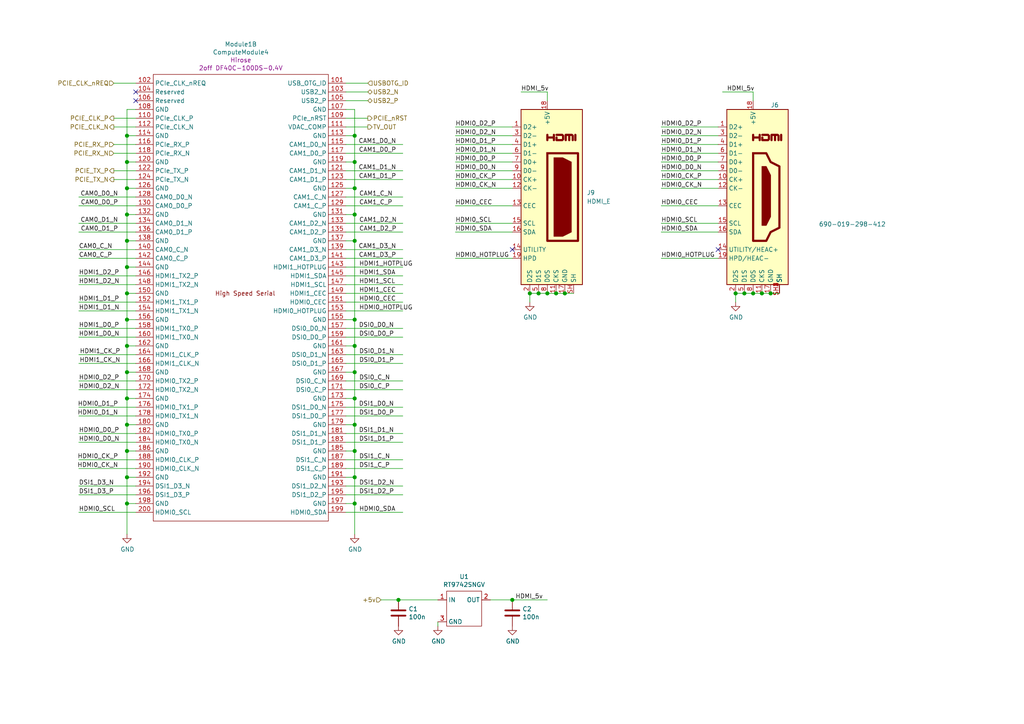
<source format=kicad_sch>
(kicad_sch (version 20231120) (generator "eeschema") (generator_version "8.0")
  (paper "A4")
  (lib_symbols
    (symbol "CM4IO:ComputeModule4-CM4"
      (property "Reference" "Module" (at 113.03 -68.58 0))
      (property "Value" "ComputeModule4-CM4" (at 140.97 2.54 0))
      (property "Field4" "Hirose" (at 0 0 0))
      (property "Field5" "2x DF40C-100DS-0.4V" (at 0 -2.54 0))
      (symbol "ComputeModule4-CM4_1_0"
        (text "GPIO" (at 0 6.35 0) (effects (font (size 1.27 1.27))))
      )
      (symbol "ComputeModule4-CM4_1_1"
        (rectangle (start -30.48 -71.12) (end 25.4 58.42))
        (text "600mA Max" (at -8.89 -53.34 0) (effects (font (size 1.27 1.27))))
        (text "600mA Max" (at -8.89 -48.26 0) (effects (font (size 1.27 1.27))))
        (text "NB SD signals are only available" (at -1.27 -27.94 0) (effects (font (size 1.27 1.27))))
        (text "on modules without eMMC" (at -1.27 -30.48 0) (effects (font (size 1.27 1.27))))
        (pin power_in line (at 27.94 55.88 180) (length 2.54) (name "GND") (number "1"))
        (pin passive line (at -33.02 45.72 0) (length 2.54) (name "Ethernet_Pair0_N") (number "10"))
        (pin output line (at -33.02 -68.58 0) (length 2.54) (name "nEXTRST") (number "100"))
        (pin passive line (at 27.94 43.18 180) (length 2.54) (name "Ethernet_Pair2_P") (number "11"))
        (pin passive line (at -33.02 43.18 0) (length 2.54) (name "Ethernet_Pair0_P") (number "12"))
        (pin power_in line (at 27.94 40.64 180) (length 2.54) (name "GND") (number "13"))
        (pin power_in line (at -33.02 40.64 0) (length 2.54) (name "GND") (number "14"))
        (pin output line (at 27.94 38.1 180) (length 2.54) (name "Ethernet_nLED3(3.3v)") (number "15"))
        (pin input line (at -33.02 38.1 0) (length 2.54) (name "Ethernet_SYNC_IN(1.8v)") (number "16"))
        (pin output line (at 27.94 35.56 180) (length 2.54) (name "Ethernet_nLED2(3.3v)") (number "17"))
        (pin input line (at -33.02 35.56 0) (length 2.54) (name "Ethernet_SYNC_OUT(1.8v)") (number "18"))
        (pin output line (at 27.94 33.02 180) (length 2.54) (name "Ethernet_nLED1(3.3v)") (number "19"))
        (pin power_in line (at -33.02 55.88 0) (length 2.54) (name "GND") (number "2"))
        (pin passive line (at -33.02 33.02 0) (length 2.54) (name "EEPROM_nWP") (number "20"))
        (pin open_collector line (at 27.94 30.48 180) (length 2.54) (name "PI_nLED_Activity") (number "21"))
        (pin power_in line (at -33.02 30.48 0) (length 2.54) (name "GND") (number "22"))
        (pin power_in line (at 27.94 27.94 180) (length 2.54) (name "GND") (number "23"))
        (pin passive line (at -33.02 27.94 0) (length 2.54) (name "GPIO26") (number "24"))
        (pin passive line (at 27.94 25.4 180) (length 2.54) (name "GPIO21") (number "25"))
        (pin passive line (at -33.02 25.4 0) (length 2.54) (name "GPIO19") (number "26"))
        (pin passive line (at 27.94 22.86 180) (length 2.54) (name "GPIO20") (number "27"))
        (pin passive line (at -33.02 22.86 0) (length 2.54) (name "GPIO13") (number "28"))
        (pin passive line (at 27.94 20.32 180) (length 2.54) (name "GPIO16") (number "29"))
        (pin passive line (at 27.94 53.34 180) (length 2.54) (name "Ethernet_Pair3_P") (number "3"))
        (pin passive line (at -33.02 20.32 0) (length 2.54) (name "GPIO6") (number "30"))
        (pin passive line (at 27.94 17.78 180) (length 2.54) (name "GPIO12") (number "31"))
        (pin power_in line (at -33.02 17.78 0) (length 2.54) (name "GND") (number "32"))
        (pin power_in line (at 27.94 15.24 180) (length 2.54) (name "GND") (number "33"))
        (pin passive line (at -33.02 15.24 0) (length 2.54) (name "GPIO5") (number "34"))
        (pin passive line (at 27.94 12.7 180) (length 2.54) (name "ID_SC") (number "35"))
        (pin passive line (at -33.02 12.7 0) (length 2.54) (name "ID_SD") (number "36"))
        (pin passive line (at 27.94 10.16 180) (length 2.54) (name "GPIO7") (number "37"))
        (pin passive line (at -33.02 10.16 0) (length 2.54) (name "GPIO11") (number "38"))
        (pin passive line (at 27.94 7.62 180) (length 2.54) (name "GPIO8") (number "39"))
        (pin passive line (at -33.02 53.34 0) (length 2.54) (name "Ethernet_Pair1_P") (number "4"))
        (pin passive line (at -33.02 7.62 0) (length 2.54) (name "GPIO9") (number "40"))
        (pin passive line (at 27.94 5.08 180) (length 2.54) (name "GPIO25") (number "41"))
        (pin power_in line (at -33.02 5.08 0) (length 2.54) (name "GND") (number "42"))
        (pin power_in line (at 27.94 2.54 180) (length 2.54) (name "GND") (number "43"))
        (pin passive line (at -33.02 2.54 0) (length 2.54) (name "GPIO10") (number "44"))
        (pin passive line (at 27.94 0 180) (length 2.54) (name "GPIO24") (number "45"))
        (pin passive line (at -33.02 0 0) (length 2.54) (name "GPIO22") (number "46"))
        (pin passive line (at 27.94 -2.54 180) (length 2.54) (name "GPIO23") (number "47"))
        (pin passive line (at -33.02 -2.54 0) (length 2.54) (name "GPIO27") (number "48"))
        (pin passive line (at 27.94 -5.08 180) (length 2.54) (name "GPIO18") (number "49"))
        (pin passive line (at 27.94 50.8 180) (length 2.54) (name "Ethernet_Pair3_N") (number "5"))
        (pin passive line (at -33.02 -5.08 0) (length 2.54) (name "GPIO17") (number "50"))
        (pin passive line (at 27.94 -7.62 180) (length 2.54) (name "GPIO15") (number "51"))
        (pin power_in line (at -33.02 -7.62 0) (length 2.54) (name "GND") (number "52"))
        (pin power_in line (at 27.94 -10.16 180) (length 2.54) (name "GND") (number "53"))
        (pin passive line (at -33.02 -10.16 0) (length 2.54) (name "GPIO4") (number "54"))
        (pin passive line (at 27.94 -12.7 180) (length 2.54) (name "GPIO14") (number "55"))
        (pin passive line (at -33.02 -12.7 0) (length 2.54) (name "GPIO3") (number "56"))
        (pin passive line (at 27.94 -15.24 180) (length 2.54) (name "SD_CLK") (number "57"))
        (pin passive line (at -33.02 -15.24 0) (length 2.54) (name "GPIO2") (number "58"))
        (pin power_in line (at 27.94 -17.78 180) (length 2.54) (name "GND") (number "59"))
        (pin passive line (at -33.02 50.8 0) (length 2.54) (name "Ethernet_Pair1_N") (number "6"))
        (pin power_in line (at -33.02 -17.78 0) (length 2.54) (name "GND") (number "60"))
        (pin passive line (at 27.94 -20.32 180) (length 2.54) (name "SD_DAT3") (number "61"))
        (pin passive line (at -33.02 -20.32 0) (length 2.54) (name "SD_CMD") (number "62"))
        (pin passive line (at 27.94 -22.86 180) (length 2.54) (name "SD_DAT0") (number "63"))
        (pin passive line (at -33.02 -22.86 0) (length 2.54) (name "SD_DAT5") (number "64"))
        (pin power_in line (at 27.94 -25.4 180) (length 2.54) (name "GND") (number "65"))
        (pin power_in line (at -33.02 -25.4 0) (length 2.54) (name "GND") (number "66"))
        (pin passive line (at 27.94 -27.94 180) (length 2.54) (name "SD_DAT1") (number "67"))
        (pin passive line (at -33.02 -27.94 0) (length 2.54) (name "SD_DAT4") (number "68"))
        (pin passive line (at 27.94 -30.48 180) (length 2.54) (name "SD_DAT2") (number "69"))
        (pin power_in line (at 27.94 48.26 180) (length 2.54) (name "GND") (number "7"))
        (pin passive line (at -33.02 -30.48 0) (length 2.54) (name "SD_DAT7") (number "70"))
        (pin power_in line (at 27.94 -33.02 180) (length 2.54) (name "GND") (number "71"))
        (pin passive line (at -33.02 -33.02 0) (length 2.54) (name "SD_DAT6") (number "72"))
        (pin input line (at 27.94 -35.56 180) (length 2.54) (name "SD_VDD_Override") (number "73"))
        (pin power_in line (at -33.02 -35.56 0) (length 2.54) (name "GND") (number "74"))
        (pin output line (at 27.94 -38.1 180) (length 2.54) (name "SD_PWR_ON") (number "75"))
        (pin passive line (at -33.02 -38.1 0) (length 2.54) (name "Reserved") (number "76"))
        (pin power_in line (at 27.94 -40.64 180) (length 2.54) (name "+5v_(Input)") (number "77"))
        (pin power_in line (at -33.02 -40.64 0) (length 2.54) (name "GPIO_VREF(1.8v/3.3v_Input)") (number "78"))
        (pin power_in line (at 27.94 -43.18 180) (length 2.54) (name "+5v_(Input)") (number "79"))
        (pin power_in line (at -33.02 48.26 0) (length 2.54) (name "GND") (number "8"))
        (pin passive line (at -33.02 -43.18 0) (length 2.54) (name "SCL0") (number "80"))
        (pin power_in line (at 27.94 -45.72 180) (length 2.54) (name "+5v_(Input)") (number "81"))
        (pin passive line (at -33.02 -45.72 0) (length 2.54) (name "SDA0") (number "82"))
        (pin power_in line (at 27.94 -48.26 180) (length 2.54) (name "+5v_(Input)") (number "83"))
        (pin power_out line (at -33.02 -48.26 0) (length 2.54) (name "+3.3v_(Output)") (number "84"))
        (pin power_in line (at 27.94 -50.8 180) (length 2.54) (name "+5v_(Input)") (number "85"))
        (pin power_out line (at -33.02 -50.8 0) (length 2.54) (name "+3.3v_(Output)") (number "86"))
        (pin power_in line (at 27.94 -53.34 180) (length 2.54) (name "+5v_(Input)") (number "87"))
        (pin power_out line (at -33.02 -53.34 0) (length 2.54) (name "+1.8v_(Output)") (number "88"))
        (pin power_in line (at 27.94 -55.88 180) (length 2.54) (name "WiFi_nDisable") (number "89"))
        (pin passive line (at 27.94 45.72 180) (length 2.54) (name "Ethernet_Pair2_N") (number "9"))
        (pin power_out line (at -33.02 -55.88 0) (length 2.54) (name "+1.8v_(Output)") (number "90"))
        (pin power_in line (at 27.94 -58.42 180) (length 2.54) (name "BT_nDisable") (number "91"))
        (pin passive line (at -33.02 -58.42 0) (length 2.54) (name "RUN_PG") (number "92"))
        (pin input line (at 27.94 -60.96 180) (length 2.54) (name "nRPIBOOT") (number "93"))
        (pin passive line (at -33.02 -60.96 0) (length 2.54) (name "AnalogIP0") (number "94"))
        (pin output line (at 27.94 -63.5 180) (length 2.54) (name "nPI_LED_PWR") (number "95"))
        (pin passive line (at -33.02 -63.5 0) (length 2.54) (name "AnalogIP1") (number "96"))
        (pin passive line (at 27.94 -66.04 180) (length 2.54) (name "Camera_GPIO") (number "97"))
        (pin power_in line (at -33.02 -66.04 0) (length 2.54) (name "GND") (number "98"))
        (pin input line (at 27.94 -68.58 180) (length 2.54) (name "Global_EN") (number "99"))
      )
      (symbol "ComputeModule4-CM4_2_1"
        (rectangle (start 114.3 -66.04) (end 165.1 63.5))
        (text "High Speed Serial" (at 140.97 0 0) (effects (font (size 1.27 1.27))))
        (pin input line (at 170.18 60.96 180) (length 5.08) (name "USB_OTG_ID") (number "101"))
        (pin input line (at 109.22 60.96 0) (length 5.08) (name "PCIe_CLK_nREQ") (number "102"))
        (pin passive line (at 170.18 58.42 180) (length 5.08) (name "USB2_N") (number "103"))
        (pin passive line (at 109.22 58.42 0) (length 5.08) (name "Reserved") (number "104"))
        (pin passive line (at 170.18 55.88 180) (length 5.08) (name "USB2_P") (number "105"))
        (pin passive line (at 109.22 55.88 0) (length 5.08) (name "Reserved") (number "106"))
        (pin power_in line (at 170.18 53.34 180) (length 5.08) (name "GND") (number "107"))
        (pin power_in line (at 109.22 53.34 0) (length 5.08) (name "GND") (number "108"))
        (pin bidirectional line (at 170.18 50.8 180) (length 5.08) (name "PCIe_nRST") (number "109"))
        (pin output line (at 109.22 50.8 0) (length 5.08) (name "PCIe_CLK_P") (number "110"))
        (pin passive line (at 170.18 48.26 180) (length 5.08) (name "VDAC_COMP") (number "111"))
        (pin output line (at 109.22 48.26 0) (length 5.08) (name "PCIe_CLK_N") (number "112"))
        (pin power_in line (at 170.18 45.72 180) (length 5.08) (name "GND") (number "113"))
        (pin power_in line (at 109.22 45.72 0) (length 5.08) (name "GND") (number "114"))
        (pin input line (at 170.18 43.18 180) (length 5.08) (name "CAM1_D0_N") (number "115"))
        (pin input line (at 109.22 43.18 0) (length 5.08) (name "PCIe_RX_P") (number "116"))
        (pin input line (at 170.18 40.64 180) (length 5.08) (name "CAM1_D0_P") (number "117"))
        (pin input line (at 109.22 40.64 0) (length 5.08) (name "PCIe_RX_N") (number "118"))
        (pin power_in line (at 170.18 38.1 180) (length 5.08) (name "GND") (number "119"))
        (pin power_in line (at 109.22 38.1 0) (length 5.08) (name "GND") (number "120"))
        (pin input line (at 170.18 35.56 180) (length 5.08) (name "CAM1_D1_N") (number "121"))
        (pin output line (at 109.22 35.56 0) (length 5.08) (name "PCIe_TX_P") (number "122"))
        (pin input line (at 170.18 33.02 180) (length 5.08) (name "CAM1_D1_P") (number "123"))
        (pin output line (at 109.22 33.02 0) (length 5.08) (name "PCIe_TX_N") (number "124"))
        (pin power_in line (at 170.18 30.48 180) (length 5.08) (name "GND") (number "125"))
        (pin power_in line (at 109.22 30.48 0) (length 5.08) (name "GND") (number "126"))
        (pin input line (at 170.18 27.94 180) (length 5.08) (name "CAM1_C_N") (number "127"))
        (pin input line (at 109.22 27.94 0) (length 5.08) (name "CAM0_D0_N") (number "128"))
        (pin input line (at 170.18 25.4 180) (length 5.08) (name "CAM1_C_P") (number "129"))
        (pin input line (at 109.22 25.4 0) (length 5.08) (name "CAM0_D0_P") (number "130"))
        (pin power_in line (at 170.18 22.86 180) (length 5.08) (name "GND") (number "131"))
        (pin power_in line (at 109.22 22.86 0) (length 5.08) (name "GND") (number "132"))
        (pin input line (at 170.18 20.32 180) (length 5.08) (name "CAM1_D2_N") (number "133"))
        (pin input line (at 109.22 20.32 0) (length 5.08) (name "CAM0_D1_N") (number "134"))
        (pin input line (at 170.18 17.78 180) (length 5.08) (name "CAM1_D2_P") (number "135"))
        (pin input line (at 109.22 17.78 0) (length 5.08) (name "CAM0_D1_P") (number "136"))
        (pin power_in line (at 170.18 15.24 180) (length 5.08) (name "GND") (number "137"))
        (pin power_in line (at 109.22 15.24 0) (length 5.08) (name "GND") (number "138"))
        (pin input line (at 170.18 12.7 180) (length 5.08) (name "CAM1_D3_N") (number "139"))
        (pin input line (at 109.22 12.7 0) (length 5.08) (name "CAM0_C_N") (number "140"))
        (pin input line (at 170.18 10.16 180) (length 5.08) (name "CAM1_D3_P") (number "141"))
        (pin input line (at 109.22 10.16 0) (length 5.08) (name "CAM0_C_P") (number "142"))
        (pin input line (at 170.18 7.62 180) (length 5.08) (name "HDMI1_HOTPLUG") (number "143"))
        (pin power_in line (at 109.22 7.62 0) (length 5.08) (name "GND") (number "144"))
        (pin bidirectional line (at 170.18 5.08 180) (length 5.08) (name "HDMI1_SDA") (number "145"))
        (pin output line (at 109.22 5.08 0) (length 5.08) (name "HDMI1_TX2_P") (number "146"))
        (pin open_collector line (at 170.18 2.54 180) (length 5.08) (name "HDMI1_SCL") (number "147"))
        (pin output line (at 109.22 2.54 0) (length 5.08) (name "HDMI1_TX2_N") (number "148"))
        (pin open_collector line (at 170.18 0 180) (length 5.08) (name "HDMI1_CEC") (number "149"))
        (pin power_in line (at 109.22 0 0) (length 5.08) (name "GND") (number "150"))
        (pin open_collector line (at 170.18 -2.54 180) (length 5.08) (name "HDMI0_CEC") (number "151"))
        (pin output line (at 109.22 -2.54 0) (length 5.08) (name "HDMI1_TX1_P") (number "152"))
        (pin input line (at 170.18 -5.08 180) (length 5.08) (name "HDMI0_HOTPLUG") (number "153"))
        (pin output line (at 109.22 -5.08 0) (length 5.08) (name "HDMI1_TX1_N") (number "154"))
        (pin power_in line (at 170.18 -7.62 180) (length 5.08) (name "GND") (number "155"))
        (pin power_in line (at 109.22 -7.62 0) (length 5.08) (name "GND") (number "156"))
        (pin output line (at 170.18 -10.16 180) (length 5.08) (name "DSI0_D0_N") (number "157"))
        (pin output line (at 109.22 -10.16 0) (length 5.08) (name "HDMI1_TX0_P") (number "158"))
        (pin output line (at 170.18 -12.7 180) (length 5.08) (name "DSI0_D0_P") (number "159"))
        (pin output line (at 109.22 -12.7 0) (length 5.08) (name "HDMI1_TX0_N") (number "160"))
        (pin power_in line (at 170.18 -15.24 180) (length 5.08) (name "GND") (number "161"))
        (pin power_in line (at 109.22 -15.24 0) (length 5.08) (name "GND") (number "162"))
        (pin output line (at 170.18 -17.78 180) (length 5.08) (name "DSI0_D1_N") (number "163"))
        (pin output line (at 109.22 -17.78 0) (length 5.08) (name "HDMI1_CLK_P") (number "164"))
        (pin output line (at 170.18 -20.32 180) (length 5.08) (name "DSI0_D1_P") (number "165"))
        (pin output line (at 109.22 -20.32 0) (length 5.08) (name "HDMI1_CLK_N") (number "166"))
        (pin power_in line (at 170.18 -22.86 180) (length 5.08) (name "GND") (number "167"))
        (pin power_in line (at 109.22 -22.86 0) (length 5.08) (name "GND") (number "168"))
        (pin output line (at 170.18 -25.4 180) (length 5.08) (name "DSI0_C_N") (number "169"))
        (pin output line (at 109.22 -25.4 0) (length 5.08) (name "HDMI0_TX2_P") (number "170"))
        (pin output line (at 170.18 -27.94 180) (length 5.08) (name "DSI0_C_P") (number "171"))
        (pin output line (at 109.22 -27.94 0) (length 5.08) (name "HDMI0_TX2_N") (number "172"))
        (pin power_in line (at 170.18 -30.48 180) (length 5.08) (name "GND") (number "173"))
        (pin power_in line (at 109.22 -30.48 0) (length 5.08) (name "GND") (number "174"))
        (pin output line (at 170.18 -33.02 180) (length 5.08) (name "DSI1_D0_N") (number "175"))
        (pin output line (at 109.22 -33.02 0) (length 5.08) (name "HDMI0_TX1_P") (number "176"))
        (pin output line (at 170.18 -35.56 180) (length 5.08) (name "DSI1_D0_P") (number "177"))
        (pin output line (at 109.22 -35.56 0) (length 5.08) (name "HDMI0_TX1_N") (number "178"))
        (pin power_in line (at 170.18 -38.1 180) (length 5.08) (name "GND") (number "179"))
        (pin power_in line (at 109.22 -38.1 0) (length 5.08) (name "GND") (number "180"))
        (pin output line (at 170.18 -40.64 180) (length 5.08) (name "DSI1_D1_N") (number "181"))
        (pin output line (at 109.22 -40.64 0) (length 5.08) (name "HDMI0_TX0_P") (number "182"))
        (pin output line (at 170.18 -43.18 180) (length 5.08) (name "DSI1_D1_P") (number "183"))
        (pin output line (at 109.22 -43.18 0) (length 5.08) (name "HDMI0_TX0_N") (number "184"))
        (pin power_in line (at 170.18 -45.72 180) (length 5.08) (name "GND") (number "185"))
        (pin power_in line (at 109.22 -45.72 0) (length 5.08) (name "GND") (number "186"))
        (pin output line (at 170.18 -48.26 180) (length 5.08) (name "DSI1_C_N") (number "187"))
        (pin output line (at 109.22 -48.26 0) (length 5.08) (name "HDMI0_CLK_P") (number "188"))
        (pin output line (at 170.18 -50.8 180) (length 5.08) (name "DSI1_C_P") (number "189"))
        (pin output line (at 109.22 -50.8 0) (length 5.08) (name "HDMI0_CLK_N") (number "190"))
        (pin power_in line (at 170.18 -53.34 180) (length 5.08) (name "GND") (number "191"))
        (pin power_in line (at 109.22 -53.34 0) (length 5.08) (name "GND") (number "192"))
        (pin output line (at 170.18 -55.88 180) (length 5.08) (name "DSI1_D2_N") (number "193"))
        (pin output line (at 109.22 -55.88 0) (length 5.08) (name "DSI1_D3_N") (number "194"))
        (pin output line (at 170.18 -58.42 180) (length 5.08) (name "DSI1_D2_P") (number "195"))
        (pin output line (at 109.22 -58.42 0) (length 5.08) (name "DSI1_D3_P") (number "196"))
        (pin power_in line (at 170.18 -60.96 180) (length 5.08) (name "GND") (number "197"))
        (pin power_in line (at 109.22 -60.96 0) (length 5.08) (name "GND") (number "198"))
        (pin bidirectional line (at 170.18 -63.5 180) (length 5.08) (name "HDMI0_SDA") (number "199"))
        (pin open_collector line (at 109.22 -63.5 0) (length 5.08) (name "HDMI0_SCL") (number "200"))
      )
    )
    (symbol "CM4IO:HDMI_A_1.4"
      (property "Reference" "J" (at -6.35 26.67 0))
      (property "Value" "HDMI_A_1.4" (at 10.16 26.67 0))
      (symbol "HDMI_A_1.4_0_0"
        (polyline (pts (xy 8.128 16.51) (xy 8.128 18.034)) (stroke (width 0.635)))
        (polyline (pts (xy 0 16.51) (xy 0 18.034) (xy 0 17.272) (xy 1.905 17.272) (xy 1.905 18.034) (xy 1.905 16.51)) (stroke (width 0.635)))
        (polyline (pts (xy 2.667 18.034) (xy 4.318 18.034) (xy 4.572 17.78) (xy 4.572 16.764) (xy 4.318 16.51) (xy 2.667 16.51) (xy 2.667 17.272)) (stroke (width 0.635)))
        (pin passive line (at 7.62 -27.94 90) (length 2.54) (name "SH") (number "SH2"))
        (pin passive line (at 7.62 -27.94 90) (length 2.54) (name "SH") (number "SH3"))
        (pin passive line (at 7.62 -27.94 90) (length 2.54) (name "SH") (number "SH4"))
      )
      (symbol "HDMI_A_1.4_0_1"
        (rectangle (start -7.62 25.4) (end 10.16 -25.4) (stroke (width 0.254)) (fill (type background)))
        (polyline (pts (xy 2.54 8.89) (xy 3.81 8.89) (xy 5.08 6.35) (xy 5.08 -5.715) (xy 3.81 -8.255) (xy 2.54 -8.255) (xy 2.54 8.89)) (fill (type outline)))
        (polyline (pts (xy 5.334 16.51) (xy 5.334 18.034) (xy 6.35 18.034) (xy 6.35 16.51) (xy 6.35 18.034) (xy 7.112 18.034) (xy 7.366 17.78) (xy 7.366 16.51)) (stroke (width 0.635)))
        (polyline (pts (xy 0 12.7) (xy 0 -12.7) (xy 3.81 -12.7) (xy 5.08 -10.16) (xy 7.62 -8.89) (xy 7.62 8.89) (xy 5.08 10.16) (xy 3.81 12.7) (xy 0 12.7)) (stroke (width 0.635)))
      )
      (symbol "HDMI_A_1.4_1_1"
        (pin passive line (at -10.16 20.32 0) (length 2.54) (name "D2+") (number "1"))
        (pin passive line (at -10.16 5.08 0) (length 2.54) (name "CK+") (number "10"))
        (pin power_in line (at 2.54 -27.94 90) (length 2.54) (name "CKS") (number "11"))
        (pin passive line (at -10.16 2.54 0) (length 2.54) (name "CK-") (number "12"))
        (pin bidirectional line (at -10.16 -2.54 0) (length 2.54) (name "CEC") (number "13"))
        (pin passive line (at -10.16 -15.24 0) (length 2.54) (name "UTILITY/HEAC+") (number "14"))
        (pin passive line (at -10.16 -7.62 0) (length 2.54) (name "SCL") (number "15"))
        (pin bidirectional line (at -10.16 -10.16 0) (length 2.54) (name "SDA") (number "16"))
        (pin power_in line (at 5.08 -27.94 90) (length 2.54) (name "GND") (number "17"))
        (pin power_in line (at 0 27.94 270) (length 2.54) (name "+5V") (number "18"))
        (pin passive line (at -10.16 -17.78 0) (length 2.54) (name "HPD/HEAC-") (number "19"))
        (pin power_in line (at -5.08 -27.94 90) (length 2.54) (name "D2S") (number "2"))
        (pin passive line (at -10.16 17.78 0) (length 2.54) (name "D2-") (number "3"))
        (pin passive line (at -10.16 15.24 0) (length 2.54) (name "D1+") (number "4"))
        (pin power_in line (at -2.54 -27.94 90) (length 2.54) (name "D1S") (number "5"))
        (pin passive line (at -10.16 12.7 0) (length 2.54) (name "D1-") (number "6"))
        (pin passive line (at -10.16 10.16 0) (length 2.54) (name "D0+") (number "7"))
        (pin power_in line (at 0 -27.94 90) (length 2.54) (name "D0S") (number "8"))
        (pin passive line (at -10.16 7.62 0) (length 2.54) (name "D0-") (number "9"))
        (pin passive line (at 7.62 -27.94 90) (length 2.54) (name "SH") (number "SH1"))
      )
    )
    (symbol "CM4IO:RT9742SNGV"
      (property "Reference" "U12" (at 2.54 10.541 0))
      (property "Value" "RT9742SNGV" (at 2.54 8.2296 0))
      (symbol "RT9742SNGV_0_1"
        (rectangle (start -2.54 6.35) (end 7.62 -3.81))
      )
      (symbol "RT9742SNGV_1_1"
        (pin power_in line (at -5.08 3.81 0) (length 2.54) (name "IN") (number "1"))
        (pin output line (at 10.16 3.81 180) (length 2.54) (name "OUT") (number "2"))
        (pin power_in line (at -5.08 -2.54 0) (length 2.54) (name "GND") (number "3"))
      )
    )
    (symbol "Connector:HDMI_E"
      (property "Reference" "J" (at -6.35 26.67 0))
      (property "Value" "HDMI_E" (at 10.16 26.67 0))
      (symbol "HDMI_E_0_0"
        (polyline (pts (xy 8.128 16.51) (xy 8.128 18.034)) (stroke (width 0.635)))
        (polyline (pts (xy 0 16.51) (xy 0 18.034) (xy 0 17.272) (xy 1.905 17.272) (xy 1.905 18.034) (xy 1.905 16.51)) (stroke (width 0.635)))
        (polyline (pts (xy 2.667 18.034) (xy 4.318 18.034) (xy 4.572 17.78) (xy 4.572 16.764) (xy 4.318 16.51) (xy 2.667 16.51) (xy 2.667 17.272)) (stroke (width 0.635)))
      )
      (symbol "HDMI_E_0_1"
        (rectangle (start -7.62 25.4) (end 10.16 -25.4) (stroke (width 0.254)) (fill (type background)))
        (polyline (pts (xy 1.905 11.43) (xy 4.445 11.43) (xy 6.985 10.16) (xy 6.985 -10.16) (xy 4.445 -11.43) (xy 1.905 -11.43) (xy 1.905 11.43)) (fill (type outline)))
        (polyline (pts (xy 5.334 16.51) (xy 5.334 18.034) (xy 6.35 18.034) (xy 6.35 16.51) (xy 6.35 18.034) (xy 7.112 18.034) (xy 7.366 17.78) (xy 7.366 16.51)) (stroke (width 0.635)))
        (rectangle (start 0 12.7) (end 8.89 -12.7) (stroke (width 0.635)))
      )
      (symbol "HDMI_E_1_1"
        (pin passive line (at -10.16 20.32 0) (length 2.54) (name "D2+") (number "1"))
        (pin passive line (at -10.16 5.08 0) (length 2.54) (name "CK+") (number "10"))
        (pin power_in line (at 2.54 -27.94 90) (length 2.54) (name "CKS") (number "11"))
        (pin passive line (at -10.16 2.54 0) (length 2.54) (name "CK-") (number "12"))
        (pin bidirectional line (at -10.16 -2.54 0) (length 2.54) (name "CEC") (number "13"))
        (pin passive line (at -10.16 -15.24 0) (length 2.54) (name "UTILITY") (number "14"))
        (pin passive line (at -10.16 -7.62 0) (length 2.54) (name "SCL") (number "15"))
        (pin bidirectional line (at -10.16 -10.16 0) (length 2.54) (name "SDA") (number "16"))
        (pin power_in line (at 5.08 -27.94 90) (length 2.54) (name "GND") (number "17"))
        (pin power_in line (at 0 27.94 270) (length 2.54) (name "+5V") (number "18"))
        (pin passive line (at -10.16 -17.78 0) (length 2.54) (name "HPD") (number "19"))
        (pin power_in line (at -5.08 -27.94 90) (length 2.54) (name "D2S") (number "2"))
        (pin passive line (at -10.16 17.78 0) (length 2.54) (name "D2-") (number "3"))
        (pin passive line (at -10.16 15.24 0) (length 2.54) (name "D1+") (number "4"))
        (pin power_in line (at -2.54 -27.94 90) (length 2.54) (name "D1S") (number "5"))
        (pin passive line (at -10.16 12.7 0) (length 2.54) (name "D1-") (number "6"))
        (pin passive line (at -10.16 10.16 0) (length 2.54) (name "D0+") (number "7"))
        (pin power_in line (at 0 -27.94 90) (length 2.54) (name "D0S") (number "8"))
        (pin passive line (at -10.16 7.62 0) (length 2.54) (name "D0-") (number "9"))
        (pin passive line (at 7.62 -27.94 90) (length 2.54) (name "SH") (number "SH"))
      )
    )
    (symbol "Device:C" (pin_numbers hide) (pin_names (offset 0.254))
      (property "Reference" "C" (at 0.635 2.54 0))
      (property "Value" "C" (at 0.635 -2.54 0))
      (symbol "C_0_1"
        (polyline (pts (xy -2.032 -0.762) (xy 2.032 -0.762)) (stroke (width 0.508)))
        (polyline (pts (xy -2.032 0.762) (xy 2.032 0.762)) (stroke (width 0.508)))
      )
      (symbol "C_1_1"
        (pin passive line (at 0 3.81 270) (length 2.794) (name "~") (number "1"))
        (pin passive line (at 0 -3.81 90) (length 2.794) (name "~") (number "2"))
      )
    )
    (symbol "power:GND" (power) (pin_names (offset 0))
      (property "Value" "GND" (at 0 -3.81 0))
      (symbol "GND_0_1"
        (polyline (pts (xy 0 0) (xy 0 -1.27) (xy 1.27 -1.27) (xy 0 -2.54) (xy -1.27 -1.27) (xy 0 -1.27)))
      )
      (symbol "GND_1_1"
        (pin power_in line (at 0 0 270) (length 0) hide (name "GND") (number "1"))
      )
    )
  )
  (junction (at 220.98 85.09) (diameter 1.016))
  (junction (at 102.87 130.81) (diameter 1.016))
  (junction (at 36.83 69.85) (diameter 1.016))
  (junction (at 102.87 92.71) (diameter 1.016))
  (junction (at 102.87 46.99) (diameter 1.016))
  (junction (at 36.83 54.61) (diameter 1.016))
  (junction (at 36.83 85.09) (diameter 1.016))
  (junction (at 36.83 115.57) (diameter 1.016))
  (junction (at 102.87 54.61) (diameter 1.016))
  (junction (at 102.87 107.95) (diameter 1.016))
  (junction (at 148.59 173.99) (diameter 1.016))
  (junction (at 158.75 85.09) (diameter 1.016))
  (junction (at 213.36 85.09) (diameter 1.016))
  (junction (at 102.87 39.37) (diameter 1.016))
  (junction (at 36.83 62.23) (diameter 1.016))
  (junction (at 163.83 85.09) (diameter 1.016))
  (junction (at 223.52 85.09) (diameter 1.016))
  (junction (at 102.87 100.33) (diameter 1.016))
  (junction (at 218.44 85.09) (diameter 1.016))
  (junction (at 36.83 123.19) (diameter 1.016))
  (junction (at 102.87 123.19) (diameter 1.016))
  (junction (at 161.29 85.09) (diameter 1.016))
  (junction (at 36.83 39.37) (diameter 1.016))
  (junction (at 36.83 100.33) (diameter 1.016))
  (junction (at 115.57 173.99) (diameter 1.016))
  (junction (at 36.83 92.71) (diameter 1.016))
  (junction (at 36.83 46.99) (diameter 1.016))
  (junction (at 215.9 85.09) (diameter 1.016))
  (junction (at 36.83 130.81) (diameter 1.016))
  (junction (at 36.83 107.95) (diameter 1.016))
  (junction (at 102.87 138.43) (diameter 1.016))
  (junction (at 36.83 77.47) (diameter 1.016))
  (junction (at 102.87 69.85) (diameter 1.016))
  (junction (at 102.87 62.23) (diameter 1.016))
  (junction (at 102.87 146.05) (diameter 1.016))
  (junction (at 153.67 85.09) (diameter 1.016))
  (junction (at 102.87 115.57) (diameter 1.016))
  (junction (at 36.83 138.43) (diameter 1.016))
  (junction (at 36.83 146.05) (diameter 1.016))
  (junction (at 156.21 85.09) (diameter 1.016))
  (no_connect (at 208.28 72.39))
  (no_connect (at 148.59 72.39))
  (no_connect (at 39.37 29.21))
  (no_connect (at 39.37 26.67))
  (wire (pts (xy 22.86 80.01) (xy 39.37 80.01)))
  (wire (pts (xy 209.55 26.67) (xy 218.44 26.67)))
  (wire (pts (xy 191.77 44.45) (xy 208.28 44.45)))
  (wire (pts (xy 39.37 135.89) (xy 22.86 135.89)))
  (wire (pts (xy 22.86 72.39) (xy 39.37 72.39)))
  (wire (pts (xy 100.33 133.35) (xy 116.84 133.35)))
  (wire (pts (xy 36.83 123.19) (xy 39.37 123.19)))
  (wire (pts (xy 102.87 138.43) (xy 102.87 146.05)))
  (wire (pts (xy 191.77 46.99) (xy 208.28 46.99)))
  (wire (pts (xy 36.83 69.85) (xy 39.37 69.85)))
  (wire (pts (xy 102.87 69.85) (xy 102.87 62.23)))
  (wire (pts (xy 132.08 46.99) (xy 148.59 46.99)))
  (wire (pts (xy 36.83 31.75) (xy 36.83 39.37)))
  (wire (pts (xy 39.37 105.41) (xy 22.86 105.41)))
  (wire (pts (xy 158.75 26.67) (xy 151.13 26.67)))
  (wire (pts (xy 100.33 39.37) (xy 102.87 39.37)))
  (wire (pts (xy 102.87 31.75) (xy 100.33 31.75)))
  (wire (pts (xy 116.84 118.11) (xy 100.33 118.11)))
  (wire (pts (xy 191.77 49.53) (xy 208.28 49.53)))
  (wire (pts (xy 158.75 85.09) (xy 161.29 85.09)))
  (wire (pts (xy 36.83 146.05) (xy 36.83 154.94)))
  (wire (pts (xy 100.33 80.01) (xy 116.84 80.01)))
  (wire (pts (xy 33.02 49.53) (xy 39.37 49.53)))
  (wire (pts (xy 116.84 52.07) (xy 100.33 52.07)))
  (wire (pts (xy 102.87 130.81) (xy 102.87 138.43)))
  (wire (pts (xy 22.86 97.79) (xy 39.37 97.79)))
  (wire (pts (xy 191.77 41.91) (xy 208.28 41.91)))
  (wire (pts (xy 39.37 64.77) (xy 22.86 64.77)))
  (wire (pts (xy 39.37 138.43) (xy 36.83 138.43)))
  (wire (pts (xy 36.83 107.95) (xy 36.83 115.57)))
  (wire (pts (xy 100.33 46.99) (xy 102.87 46.99)))
  (wire (pts (xy 100.33 107.95) (xy 102.87 107.95)))
  (wire (pts (xy 100.33 67.31) (xy 116.84 67.31)))
  (wire (pts (xy 102.87 46.99) (xy 102.87 39.37)))
  (wire (pts (xy 36.83 100.33) (xy 39.37 100.33)))
  (wire (pts (xy 39.37 146.05) (xy 36.83 146.05)))
  (wire (pts (xy 102.87 54.61) (xy 102.87 46.99)))
  (wire (pts (xy 39.37 133.35) (xy 22.86 133.35)))
  (wire (pts (xy 142.24 173.99) (xy 148.59 173.99)))
  (wire (pts (xy 102.87 92.71) (xy 102.87 100.33)))
  (wire (pts (xy 39.37 118.11) (xy 22.86 118.11)))
  (wire (pts (xy 36.83 100.33) (xy 36.83 107.95)))
  (wire (pts (xy 36.83 138.43) (xy 36.83 146.05)))
  (wire (pts (xy 132.08 67.31) (xy 148.59 67.31)))
  (wire (pts (xy 148.59 173.99) (xy 158.75 173.99)))
  (wire (pts (xy 100.33 54.61) (xy 102.87 54.61)))
  (wire (pts (xy 116.84 95.25) (xy 100.33 95.25)))
  (wire (pts (xy 116.84 44.45) (xy 100.33 44.45)))
  (wire (pts (xy 106.68 24.13) (xy 100.33 24.13)))
  (wire (pts (xy 132.08 74.93) (xy 148.59 74.93)))
  (wire (pts (xy 100.33 64.77) (xy 116.84 64.77)))
  (wire (pts (xy 33.02 36.83) (xy 39.37 36.83)))
  (wire (pts (xy 36.83 54.61) (xy 36.83 62.23)))
  (wire (pts (xy 100.33 57.15) (xy 116.84 57.15)))
  (wire (pts (xy 116.84 125.73) (xy 100.33 125.73)))
  (wire (pts (xy 161.29 85.09) (xy 163.83 85.09)))
  (wire (pts (xy 22.86 82.55) (xy 39.37 82.55)))
  (wire (pts (xy 39.37 44.45) (xy 33.02 44.45)))
  (wire (pts (xy 36.83 39.37) (xy 39.37 39.37)))
  (wire (pts (xy 153.67 85.09) (xy 156.21 85.09)))
  (wire (pts (xy 100.33 146.05) (xy 102.87 146.05)))
  (wire (pts (xy 102.87 100.33) (xy 102.87 107.95)))
  (wire (pts (xy 39.37 31.75) (xy 36.83 31.75)))
  (wire (pts (xy 39.37 120.65) (xy 22.86 120.65)))
  (wire (pts (xy 39.37 57.15) (xy 22.86 57.15)))
  (wire (pts (xy 110.49 173.99) (xy 115.57 173.99)))
  (wire (pts (xy 36.83 54.61) (xy 39.37 54.61)))
  (wire (pts (xy 215.9 85.09) (xy 218.44 85.09)))
  (wire (pts (xy 36.83 92.71) (xy 39.37 92.71)))
  (wire (pts (xy 191.77 74.93) (xy 208.28 74.93)))
  (wire (pts (xy 36.83 62.23) (xy 39.37 62.23)))
  (wire (pts (xy 132.08 59.69) (xy 148.59 59.69)))
  (wire (pts (xy 39.37 67.31) (xy 22.86 67.31)))
  (wire (pts (xy 100.33 34.29) (xy 106.68 34.29)))
  (wire (pts (xy 100.33 143.51) (xy 116.84 143.51)))
  (wire (pts (xy 132.08 52.07) (xy 148.59 52.07)))
  (wire (pts (xy 33.02 24.13) (xy 39.37 24.13)))
  (wire (pts (xy 36.83 69.85) (xy 36.83 77.47)))
  (wire (pts (xy 191.77 59.69) (xy 208.28 59.69)))
  (wire (pts (xy 116.84 41.91) (xy 100.33 41.91)))
  (wire (pts (xy 115.57 173.99) (xy 127 173.99)))
  (wire (pts (xy 132.08 41.91) (xy 148.59 41.91)))
  (wire (pts (xy 191.77 54.61) (xy 208.28 54.61)))
  (wire (pts (xy 36.83 85.09) (xy 39.37 85.09)))
  (wire (pts (xy 36.83 107.95) (xy 39.37 107.95)))
  (wire (pts (xy 36.83 130.81) (xy 39.37 130.81)))
  (wire (pts (xy 220.98 85.09) (xy 223.52 85.09)))
  (wire (pts (xy 22.86 90.17) (xy 39.37 90.17)))
  (wire (pts (xy 22.86 110.49) (xy 39.37 110.49)))
  (wire (pts (xy 100.33 140.97) (xy 116.84 140.97)))
  (wire (pts (xy 132.08 44.45) (xy 148.59 44.45)))
  (wire (pts (xy 100.33 62.23) (xy 102.87 62.23)))
  (wire (pts (xy 153.67 85.09) (xy 153.67 87.63)))
  (wire (pts (xy 116.84 72.39) (xy 100.33 72.39)))
  (wire (pts (xy 132.08 36.83) (xy 148.59 36.83)))
  (wire (pts (xy 36.83 92.71) (xy 36.83 100.33)))
  (wire (pts (xy 100.33 59.69) (xy 116.84 59.69)))
  (wire (pts (xy 127 180.34) (xy 127 181.61)))
  (wire (pts (xy 36.83 62.23) (xy 36.83 69.85)))
  (wire (pts (xy 102.87 115.57) (xy 102.87 123.19)))
  (wire (pts (xy 33.02 34.29) (xy 39.37 34.29)))
  (wire (pts (xy 36.83 115.57) (xy 39.37 115.57)))
  (wire (pts (xy 100.33 130.81) (xy 102.87 130.81)))
  (wire (pts (xy 100.33 102.87) (xy 116.84 102.87)))
  (wire (pts (xy 100.33 123.19) (xy 102.87 123.19)))
  (wire (pts (xy 100.33 77.47) (xy 116.84 77.47)))
  (wire (pts (xy 100.33 135.89) (xy 116.84 135.89)))
  (wire (pts (xy 36.83 77.47) (xy 36.83 85.09)))
  (wire (pts (xy 100.33 100.33) (xy 102.87 100.33)))
  (wire (pts (xy 22.86 74.93) (xy 39.37 74.93)))
  (wire (pts (xy 116.84 128.27) (xy 100.33 128.27)))
  (wire (pts (xy 100.33 85.09) (xy 116.84 85.09)))
  (wire (pts (xy 218.44 26.67) (xy 218.44 29.21)))
  (wire (pts (xy 102.87 62.23) (xy 102.87 54.61)))
  (wire (pts (xy 100.33 26.67) (xy 106.68 26.67)))
  (wire (pts (xy 36.83 115.57) (xy 36.83 123.19)))
  (wire (pts (xy 213.36 85.09) (xy 213.36 87.63)))
  (wire (pts (xy 223.52 85.09) (xy 226.06 85.09)))
  (wire (pts (xy 22.86 125.73) (xy 39.37 125.73)))
  (wire (pts (xy 22.86 148.59) (xy 39.37 148.59)))
  (wire (pts (xy 191.77 36.83) (xy 208.28 36.83)))
  (wire (pts (xy 100.33 29.21) (xy 106.68 29.21)))
  (wire (pts (xy 36.83 77.47) (xy 39.37 77.47)))
  (wire (pts (xy 100.33 105.41) (xy 116.84 105.41)))
  (wire (pts (xy 22.86 143.51) (xy 39.37 143.51)))
  (wire (pts (xy 36.83 130.81) (xy 36.83 138.43)))
  (wire (pts (xy 102.87 39.37) (xy 102.87 31.75)))
  (wire (pts (xy 39.37 102.87) (xy 22.86 102.87)))
  (wire (pts (xy 39.37 41.91) (xy 33.02 41.91)))
  (wire (pts (xy 36.83 123.19) (xy 36.83 130.81)))
  (wire (pts (xy 116.84 49.53) (xy 100.33 49.53)))
  (wire (pts (xy 100.33 110.49) (xy 116.84 110.49)))
  (wire (pts (xy 100.33 90.17) (xy 116.84 90.17)))
  (wire (pts (xy 39.37 59.69) (xy 22.86 59.69)))
  (wire (pts (xy 156.21 85.09) (xy 158.75 85.09)))
  (wire (pts (xy 213.36 85.09) (xy 215.9 85.09)))
  (wire (pts (xy 36.83 46.99) (xy 39.37 46.99)))
  (wire (pts (xy 132.08 54.61) (xy 148.59 54.61)))
  (wire (pts (xy 22.86 128.27) (xy 39.37 128.27)))
  (wire (pts (xy 191.77 64.77) (xy 208.28 64.77)))
  (wire (pts (xy 36.83 85.09) (xy 36.83 92.71)))
  (wire (pts (xy 100.33 113.03) (xy 116.84 113.03)))
  (wire (pts (xy 100.33 138.43) (xy 102.87 138.43)))
  (wire (pts (xy 36.83 46.99) (xy 36.83 54.61)))
  (wire (pts (xy 132.08 39.37) (xy 148.59 39.37)))
  (wire (pts (xy 132.08 49.53) (xy 148.59 49.53)))
  (wire (pts (xy 102.87 107.95) (xy 102.87 115.57)))
  (wire (pts (xy 102.87 123.19) (xy 102.87 130.81)))
  (wire (pts (xy 33.02 52.07) (xy 39.37 52.07)))
  (wire (pts (xy 102.87 146.05) (xy 102.87 154.94)))
  (wire (pts (xy 100.33 69.85) (xy 102.87 69.85)))
  (wire (pts (xy 36.83 39.37) (xy 36.83 46.99)))
  (wire (pts (xy 116.84 74.93) (xy 100.33 74.93)))
  (wire (pts (xy 116.84 120.65) (xy 100.33 120.65)))
  (wire (pts (xy 22.86 87.63) (xy 39.37 87.63)))
  (wire (pts (xy 100.33 87.63) (xy 116.84 87.63)))
  (wire (pts (xy 102.87 69.85) (xy 102.87 92.71)))
  (wire (pts (xy 218.44 85.09) (xy 220.98 85.09)))
  (wire (pts (xy 191.77 52.07) (xy 208.28 52.07)))
  (wire (pts (xy 100.33 92.71) (xy 102.87 92.71)))
  (wire (pts (xy 100.33 82.55) (xy 116.84 82.55)))
  (wire (pts (xy 100.33 36.83) (xy 106.68 36.83)))
  (wire (pts (xy 191.77 67.31) (xy 208.28 67.31)))
  (wire (pts (xy 116.84 97.79) (xy 100.33 97.79)))
  (wire (pts (xy 163.83 85.09) (xy 166.37 85.09)))
  (wire (pts (xy 22.86 95.25) (xy 39.37 95.25)))
  (wire (pts (xy 22.86 140.97) (xy 39.37 140.97)))
  (wire (pts (xy 191.77 39.37) (xy 208.28 39.37)))
  (wire (pts (xy 132.08 64.77) (xy 148.59 64.77)))
  (wire (pts (xy 22.86 113.03) (xy 39.37 113.03)))
  (wire (pts (xy 158.75 26.67) (xy 158.75 29.21)))
  (wire (pts (xy 100.33 115.57) (xy 102.87 115.57)))
  (wire (pts (xy 100.33 148.59) (xy 116.84 148.59)))
  (label "HDMI0_D0_P" (at 132.08 46.99 0))
  (label "DSI1_D2_N" (at 104.14 140.97 0))
  (label "HDMI0_D2_N" (at 22.86 113.03 0))
  (label "CAM1_D2_P" (at 104.14 67.31 0))
  (label "HDMI1_SCL" (at 104.14 82.55 0))
  (label "HDMI0_HOTPLUG" (at 132.08 74.93 0))
  (label "HDMI0_D1_N" (at 132.08 44.45 0))
  (label "HDMI0_HOTPLUG" (at 191.77 74.93 0))
  (label "CAM1_D1_N" (at 114.935 49.53 180))
  (label "DSI1_D2_P" (at 104.14 143.51 0))
  (label "DSI0_D0_P" (at 114.3 97.79 180))
  (label "HDMI0_D0_N" (at 22.86 128.27 0))
  (label "HDMI1_CK_P" (at 34.925 102.87 180))
  (label "DSI1_D1_P" (at 114.3 128.27 180))
  (label "DSI1_C_N" (at 104.14 133.35 0))
  (label "HDMI1_D1_P" (at 22.86 87.63 0))
  (label "HDMI0_SCL" (at 132.08 64.77 0))
  (label "HDMI1_D2_P" (at 22.86 80.01 0))
  (label "HDMI0_D2_N" (at 132.08 39.37 0))
  (label "HDMI0_D1_N" (at 34.29 120.65 180))
  (label "HDMI0_D0_N" (at 132.08 49.53 0))
  (label "HDMI0_D1_N" (at 191.77 44.45 0))
  (label "DSI1_C_P" (at 104.14 135.89 0))
  (label "HDMI_5v" (at 151.13 26.67 0))
  (label "HDMI0_D2_P" (at 22.86 110.49 0))
  (label "HDMI_5v" (at 157.48 173.99 180))
  (label "HDMI0_CK_N" (at 132.08 54.61 0))
  (label "HDMI1_SDA" (at 104.14 80.01 0))
  (label "HDMI0_CK_N" (at 191.77 54.61 0))
  (label "HDMI0_D2_P" (at 132.08 36.83 0))
  (label "HDMI0_D0_N" (at 191.77 49.53 0))
  (label "DSI1_D0_N" (at 114.3 118.11 180))
  (label "CAM0_D1_P" (at 34.29 67.31 180))
  (label "HDMI0_CK_N" (at 34.29 135.89 180))
  (label "HDMI0_CEC" (at 191.77 59.69 0))
  (label "CAM1_C_N" (at 104.14 57.15 0))
  (label "CAM1_C_P" (at 104.14 59.69 0))
  (label "CAM0_C_P" (at 22.86 74.93 0))
  (label "HDMI0_D2_N" (at 191.77 39.37 0))
  (label "HDMI0_D0_P" (at 22.86 125.73 0))
  (label "CAM0_D0_N" (at 34.29 57.15 180))
  (label "HDMI0_SDA" (at 191.77 67.31 0))
  (label "HDMI0_D1_P" (at 191.77 41.91 0))
  (label "DSI0_D0_N" (at 114.3 95.25 180))
  (label "HDMI0_CEC" (at 132.08 59.69 0))
  (label "HDMI0_CK_P" (at 132.08 52.07 0))
  (label "CAM1_D1_P" (at 114.935 52.07 180))
  (label "CAM0_C_N" (at 22.86 72.39 0))
  (label "HDMI0_CK_P" (at 34.29 133.35 180))
  (label "HDMI0_SDA" (at 132.08 67.31 0))
  (label "HDMI0_SCL" (at 191.77 64.77 0))
  (label "HDMI0_D1_P" (at 132.08 41.91 0))
  (label "HDMI0_CK_P" (at 191.77 52.07 0))
  (label "HDMI1_CEC" (at 104.14 85.09 0))
  (label "DSI0_D1_P" (at 104.14 105.41 0))
  (label "HDMI1_D0_P" (at 22.86 95.25 0))
  (label "HDMI0_D2_P" (at 191.77 36.83 0))
  (label "HDMI1_CK_N" (at 34.925 105.41 180))
  (label "CAM0_D0_P" (at 34.29 59.69 180))
  (label "CAM0_D1_N" (at 34.29 64.77 180))
  (label "CAM1_D0_N" (at 114.935 41.91 180))
  (label "HDMI0_HOTPLUG" (at 104.14 90.17 0))
  (label "DSI0_C_P" (at 104.14 113.03 0))
  (label "HDMI1_D2_N" (at 22.86 82.55 0))
  (label "HDMI_5v" (at 210.82 26.67 0))
  (label "HDMI1_HOTPLUG" (at 104.14 77.47 0))
  (label "HDMI0_D0_P" (at 191.77 46.99 0))
  (label "HDMI1_D1_N" (at 22.86 90.17 0))
  (label "DSI0_D1_N" (at 104.14 102.87 0))
  (label "HDMI1_D0_N" (at 22.86 97.79 0))
  (label "DSI1_D0_P" (at 114.3 120.65 180))
  (label "CAM1_D3_N" (at 114.935 72.39 180))
  (label "HDMI0_CEC" (at 104.14 87.63 0))
  (label "HDMI0_SCL" (at 22.86 148.59 0))
  (label "CAM1_D3_P" (at 114.935 74.93 180))
  (label "DSI1_D1_N" (at 114.3 125.73 180))
  (label "HDMI0_D1_P" (at 34.29 118.11 180))
  (label "CAM1_D2_N" (at 104.14 64.77 0))
  (label "DSI1_D3_N" (at 22.86 140.97 0))
  (label "HDMI0_SDA" (at 104.14 148.59 0))
  (label "CAM1_D0_P" (at 114.935 44.45 180))
  (label "DSI0_C_N" (at 104.14 110.49 0))
  (label "DSI1_D3_P" (at 22.86 143.51 0))
  (hierarchical_label "PCIE_RX_P" (shape input) (at 33.02 41.91 180))
  (hierarchical_label "USB2_N" (shape bidirectional) (at 106.68 26.67 0))
  (hierarchical_label "PCIE_RX_N" (shape input) (at 33.02 44.45 180))
  (hierarchical_label "PCIE_CLK_N" (shape output) (at 33.02 36.83 180))
  (hierarchical_label "USBOTG_ID" (shape input) (at 106.68 24.13 0))
  (hierarchical_label "PCIE_CLK_nREQ" (shape input) (at 33.02 24.13 180))
  (hierarchical_label "TV_OUT" (shape output) (at 106.68 36.83 0))
  (hierarchical_label "PCIE_TX_N" (shape output) (at 33.02 52.07 180))
  (hierarchical_label "PCIE_nRST" (shape output) (at 106.68 34.29 0))
  (hierarchical_label "PCIE_TX_P" (shape output) (at 33.02 49.53 180))
  (hierarchical_label "+5v" (shape input) (at 110.49 173.99 180))
  (hierarchical_label "USB2_P" (shape bidirectional) (at 106.68 29.21 0))
  (hierarchical_label "PCIE_CLK_P" (shape output) (at 33.02 34.29 180))
  (symbol (lib_id "Connector:HDMI_E") (at 158.75 57.15 0) (unit 1)
    (property "Reference" "J9" (at 170.18 55.8799 0) (effects (justify left)))
    (property "Value" "HDMI_E" (at 170.18 58.4199 0) (effects (justify left)))
    (property "Datasheet" "https://www.hdmi.org/manufacturer/specification.aspx" (effects (hide yes)))
    (property "Description" "HDMI type E connector" (effects (hide yes)))
  )
  (symbol (lib_id "power:GND") (at 153.67 87.63 0) (unit 1)
    (property "Reference" "#PWR031" (effects (hide yes)))
    (property "Value" "GND" (at 153.797 92.0242 0))
  )
  (symbol (lib_id "power:GND") (at 115.57 181.61 0) (unit 1)
    (property "Reference" "#PWR03" (effects (hide yes)))
    (property "Value" "GND" (at 115.697 186.0042 0))
  )
  (symbol (lib_id "Device:C") (at 148.59 177.8 0) (unit 1)
    (property "Reference" "C2" (at 151.511 176.6316 0) (effects (justify left)))
    (property "Value" "100n" (at 151.511 178.943 0) (effects (justify left)))
    (property "Footprint" "Capacitor_SMD:C_0402_1005Metric" (effects (hide yes)))
    (property "Datasheet" "https://search.murata.co.jp/Ceramy/image/img/A01X/G101/ENG/GRM155R71C104KA88-01.pdf" (effects (hide yes)))
    (property "Field4" "Farnell" (effects (hide yes)))
    (property "Field5" "2611911" (effects (hide yes)))
    (property "Field6" "RM EMK105 B7104KV-F" (effects (hide yes)))
    (property "Field7" "TAIYO YUDEN EUROPE GMBH" (effects (hide yes)))
    (property "Part Description" "	0.1uF 10% 16V Ceramic Capacitor X7R 0402 (1005 Metric)" (effects (hide yes)))
    (property "Field8" "110091611" (effects (hide yes)))
  )
  (symbol (lib_id "power:GND") (at 36.83 154.94 0) (unit 1)
    (property "Reference" "#PWR01" (effects (hide yes)))
    (property "Value" "GND" (at 36.957 159.3342 0))
  )
  (symbol (lib_id "power:GND") (at 213.36 87.63 0) (unit 1)
    (property "Reference" "#PWR010" (effects (hide yes)))
    (property "Value" "GND" (at 213.487 92.0242 0))
  )
  (symbol (lib_id "power:GND") (at 148.59 181.61 0) (unit 1)
    (property "Reference" "#PWR05" (effects (hide yes)))
    (property "Value" "GND" (at 148.717 186.0042 0))
  )
  (symbol (lib_id "power:GND") (at 102.87 154.94 0) (unit 1)
    (property "Reference" "#PWR02" (effects (hide yes)))
    (property "Value" "GND" (at 102.997 159.3342 0))
  )
  (symbol (lib_id "CM4IO:HDMI_A_1.4") (at 218.44 57.15 0) (unit 1)
    (property "Reference" "J6" (at 223.52 30.48 0) (effects (justify left)))
    (property "Value" "690-019-298-412" (at 237.49 65.024 0) (effects (justify left)))
    (property "Footprint" "CM4IO:EDAC 690-019-298-412" (effects (hide yes)))
    (property "Datasheet" "https://www.tme.eu/Document/f15dffbcfad8545e17826f72d36911c8/206A-SEAN-R03.pdf" (effects (hide yes)))
    (property "Field4" "Farnell" (effects (hide yes)))
    (property "Field5" "2614936" (effects (hide yes)))
    (property "Field6" "690-019-298-412" (effects (hide yes)))
    (property "Field7" "EDAC" (effects (hide yes)))
    (property "Part Description" "HDMI Connector, Right Angle, 19 Contacts, Receptacle, Surface Mount, Surface Mount Right Angle" (effects (hide yes)))
    (property "Field8" "UCON00802" (effects (hide yes)))
  )
  (symbol (lib_id "CM4IO:RT9742SNGV") (at 132.08 177.8 0) (unit 1)
    (property "Reference" "U1" (at 134.62 167.259 0))
    (property "Value" "RT9742SNGV" (at 134.62 169.5704 0))
    (property "Footprint" "Package_TO_SOT_SMD:SOT-23" (effects (hide yes)))
    (property "Datasheet" "https://www.richtek.com/assets/product_file/RT9742/DS9742-09.pdf" (effects (hide yes)))
    (property "Field4" "Farnell" (effects (hide yes)))
    (property "Field5" "2575555" (effects (hide yes)))
    (property "Field6" "RT9742SNGV" (effects (hide yes)))
    (property "Field7" "RichTek" (effects (hide yes)))
    (property "Part Description" "Power Switch/Driver 1:1 N-Channel 500mA SOT-23-3" (effects (hide yes)))
    (property "Field8" "USWI00155" (effects (hide yes)))
  )
  (symbol (lib_id "power:GND") (at 127 181.61 0) (unit 1)
    (property "Reference" "#PWR04" (effects (hide yes)))
    (property "Value" "GND" (at 127.127 186.0042 0))
  )
  (symbol (lib_id "CM4IO:ComputeModule4-CM4") (at -69.85 85.09 0) (unit 2)
    (property "Reference" "Module1" (at 69.85 12.827 0))
    (property "Value" "ComputeModule4" (at 69.85 15.1384 0))
    (property "Footprint" "CM4IO:Raspberry-Pi-4-Compute-Module" (effects (hide yes)))
    (property "Field4" "Hirose" (at 69.85 17.4244 0))
    (property "Field5" "2off DF40C-100DS-0.4V" (at 69.85 19.7358 0))
    (property "Field6" "2off DF40C-100DS-0.4V" (effects (hide yes)))
    (property "Field7" "Hirose" (effects (hide yes)))
    (property "Part Description" "	100 Position Connector Receptacle, Center Strip Contacts Surface Mount Gold" (effects (hide yes)))
  )
  (symbol (lib_id "Device:C") (at 115.57 177.8 0) (unit 1)
    (property "Reference" "C1" (at 118.491 176.6316 0) (effects (justify left)))
    (property "Value" "100n" (at 118.491 178.943 0) (effects (justify left)))
    (property "Footprint" "Capacitor_SMD:C_0402_1005Metric" (effects (hide yes)))
    (property "Datasheet" "https://search.murata.co.jp/Ceramy/image/img/A01X/G101/ENG/GRM155R71C104KA88-01.pdf" (effects (hide yes)))
    (property "Field4" "Farnell" (effects (hide yes)))
    (property "Field5" "2611911" (effects (hide yes)))
    (property "Field6" "RM EMK105 B7104KV-F" (effects (hide yes)))
    (property "Field7" "TAIYO YUDEN EUROPE GMBH" (effects (hide yes)))
    (property "Part Description" "	0.1uF 10% 16V Ceramic Capacitor X7R 0402 (1005 Metric)" (effects (hide yes)))
    (property "Field8" "110091611" (effects (hide yes)))
  )
)
</source>
